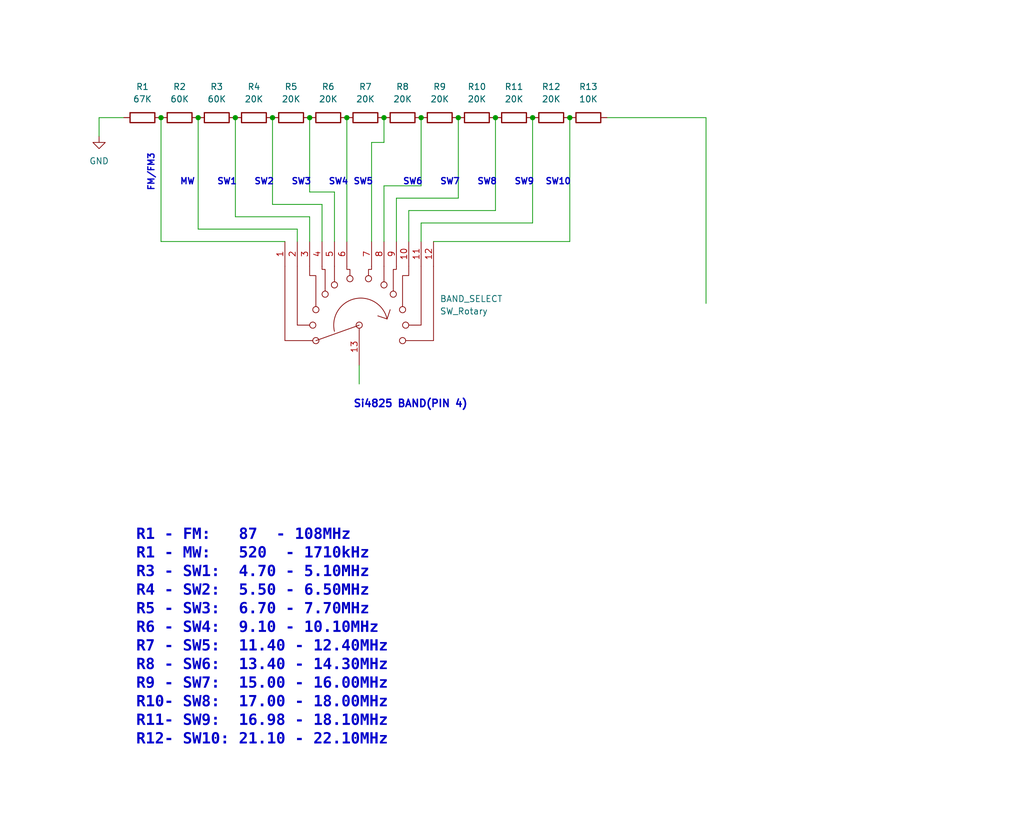
<source format=kicad_sch>
(kicad_sch (version 20230121) (generator eeschema)
  (paper "User" 210.007 170.002)
  (title_block (title "BK1198 BASIC SETUP - VOLTAGE DIVIDER VERSION (SW BAND)") (rev "1.0") (company "Ricardo Lima Caratti"))
  (lib_symbols
    (symbol "Device:R" (pin_numbers hide) (pin_names (offset 0))
      (property "Reference" "R" (at 2.032 0 90))
      (property "Value" "R" (at 0 0 90))
      (symbol "R_0_1"
        (rectangle (start -1.016 -2.54) (end 1.016 2.54) (stroke (width 0.254)))
      )
      (symbol "R_1_1"
        (pin passive line (at 0 3.81 270) (length 1.27) (name "~") (number "1"))
        (pin passive line (at 0 -3.81 90) (length 1.27) (name "~") (number "2"))
      )
    )
    (symbol "Switch:SW_Rotary12" (pin_names (offset 1.016) hide)
      (property "Reference" "SW" (at 0 17.78 0))
      (property "Value" "SW_Rotary12" (at 0 -17.78 0))
      (symbol "SW_Rotary12_0_0"
        (circle (center -10.16 -8.89) (radius 0.635))
        (circle (center -10.16 8.89) (radius 0.635))
        (circle (center -6.985 -9.525) (radius 0.635))
        (circle (center -6.985 0) (radius 0.635))
        (circle (center -6.985 9.525) (radius 0.635))
        (arc (start -5.715 -5.715) (mid -1.5995 0.937) (end -8.255 5.08))
        (circle (center -3.81 -8.89) (radius 0.635))
        (circle (center -3.81 8.89) (radius 0.635))
        (circle (center -0.635 -6.985) (radius 0.635))
        (circle (center -0.635 6.985) (radius 0.635))
        (polyline (pts (xy -6.985 0) (xy -10.16 8.89)))
        (polyline (pts (xy -5.715 -5.715) (xy -5.08 -3.81)))
        (polyline (pts (xy -5.715 -5.715) (xy -3.81 -6.35)))
        (polyline (pts (xy 1.905 -5.08) (xy 5.08 -5.08)))
        (polyline (pts (xy 1.905 5.08) (xy 5.08 5.08)))
        (polyline (pts (xy -10.16 -9.525) (xy -10.16 -15.24) (xy 5.08 -15.24)))
        (polyline (pts (xy -10.16 9.525) (xy -10.16 15.24) (xy 5.08 15.24)))
        (polyline (pts (xy -6.985 -10.16) (xy -6.985 -12.7) (xy 5.08 -12.7)))
        (polyline (pts (xy -6.985 10.16) (xy -6.985 12.7) (xy 5.08 12.7)))
        (polyline (pts (xy -3.175 -8.89) (xy 3.175 -8.89) (xy 3.175 -10.16) (xy 5.08 -10.16)))
        (polyline (pts (xy -3.175 8.89) (xy 3.175 8.89) (xy 3.175 10.16) (xy 5.08 10.16)))
        (polyline (pts (xy 0 -6.985) (xy 4.445 -6.985) (xy 4.445 -7.62) (xy 5.08 -7.62)))
        (polyline (pts (xy 0 6.985) (xy 4.445 6.985) (xy 4.445 7.62) (xy 5.08 7.62)))
        (polyline (pts (xy 3.175 -1.905) (xy 4.445 -1.905) (xy 4.445 -2.54) (xy 5.08 -2.54)))
        (polyline (pts (xy 3.175 1.905) (xy 4.445 1.905) (xy 4.445 2.54) (xy 5.08 2.54)))
        (circle (center 1.27 -5.08) (radius 0.635))
        (circle (center 1.27 5.08) (radius 0.635))
        (circle (center 2.54 -1.905) (radius 0.635))
        (circle (center 2.54 1.905) (radius 0.635))
      )
      (symbol "SW_Rotary12_0_1"
        (pin passive line (at 10.16 15.24 180) (length 5.08) (name "1") (number "1"))
        (pin passive line (at 10.16 -10.16 180) (length 5.08) (name "10") (number "10"))
        (pin passive line (at 10.16 -12.7 180) (length 5.08) (name "11") (number "11"))
        (pin passive line (at 10.16 -15.24 180) (length 5.08) (name "12") (number "12"))
        (pin passive line (at -15.24 0 0) (length 7.62) (name "13") (number "13"))
        (pin passive line (at 10.16 12.7 180) (length 5.08) (name "2") (number "2"))
        (pin passive line (at 10.16 10.16 180) (length 5.08) (name "3") (number "3"))
        (pin passive line (at 10.16 7.62 180) (length 5.08) (name "4") (number "4"))
        (pin passive line (at 10.16 5.08 180) (length 5.08) (name "5") (number "5"))
        (pin passive line (at 10.16 2.54 180) (length 5.08) (name "6") (number "6"))
        (pin passive line (at 10.16 -2.54 180) (length 5.08) (name "7") (number "7"))
        (pin passive line (at 10.16 -5.08 180) (length 5.08) (name "8") (number "8"))
        (pin passive line (at 10.16 -7.62 180) (length 5.08) (name "9") (number "9"))
      )
    )
    (symbol "power:GND" (power) (pin_names (offset 0))
      (property "Value" "GND" (at 0 -3.81 0))
      (symbol "GND_0_1"
        (polyline (pts (xy 0 0) (xy 0 -1.27) (xy 1.27 -1.27) (xy 0 -2.54) (xy -1.27 -1.27) (xy 0 -1.27)))
      )
      (symbol "GND_1_1"
        (pin power_in line (at 0 0 270) (length 0) hide (name "GND") (number "1"))
      )
    )
  )
  (junction (at 109.22 24.13))
  (junction (at 63.5 24.13))
  (junction (at 78.74 24.13))
  (junction (at 93.98 24.13))
  (junction (at 48.26 24.13))
  (junction (at 33.02 24.13))
  (junction (at 101.6 24.13))
  (junction (at 116.84 24.13))
  (junction (at 40.64 24.13))
  (junction (at 86.36 24.13))
  (junction (at 55.88 24.13))
  (junction (at 71.12 24.13))
  (wire (pts (xy 68.58 39.37) (xy 63.5 39.37)))
  (wire (pts (xy 109.22 45.72) (xy 109.22 24.13)))
  (wire (pts (xy 63.5 49.53) (xy 63.5 44.45)))
  (wire (pts (xy 86.36 45.72) (xy 109.22 45.72)))
  (wire (pts (xy 76.2 29.21) (xy 78.74 29.21)))
  (wire (pts (xy 83.82 43.18) (xy 101.6 43.18)))
  (wire (pts (xy 78.74 49.53) (xy 78.74 38.1)))
  (wire (pts (xy 60.96 46.99) (xy 40.64 46.99)))
  (wire (pts (xy 73.66 74.93) (xy 73.66 78.74)))
  (wire (pts (xy 63.5 44.45) (xy 48.26 44.45)))
  (wire (pts (xy 88.9 49.53) (xy 116.84 49.53)))
  (wire (pts (xy 86.36 49.53) (xy 86.36 45.72)))
  (wire (pts (xy 76.2 49.53) (xy 76.2 29.21)))
  (wire (pts (xy 33.02 24.13) (xy 33.02 49.53)))
  (wire (pts (xy 55.88 41.91) (xy 55.88 24.13)))
  (wire (pts (xy 78.74 38.1) (xy 86.36 38.1)))
  (wire (pts (xy 93.98 24.13) (xy 93.98 40.64)))
  (wire (pts (xy 68.58 49.53) (xy 68.58 39.37)))
  (wire (pts (xy 71.12 24.13) (xy 71.12 49.53)))
  (wire (pts (xy 86.36 24.13) (xy 86.36 38.1)))
  (wire (pts (xy 78.74 29.21) (xy 78.74 24.13)))
  (wire (pts (xy 81.28 40.64) (xy 93.98 40.64)))
  (wire (pts (xy 60.96 49.53) (xy 60.96 46.99)))
  (wire (pts (xy 66.04 49.53) (xy 66.04 41.91)))
  (wire (pts (xy 116.84 24.13) (xy 116.84 49.53)))
  (wire (pts (xy 20.32 24.13) (xy 20.32 27.94)))
  (wire (pts (xy 25.4 24.13) (xy 20.32 24.13)))
  (wire (pts (xy 58.42 49.53) (xy 33.02 49.53)))
  (wire (pts (xy 48.26 44.45) (xy 48.26 24.13)))
  (wire (pts (xy 66.04 41.91) (xy 55.88 41.91)))
  (wire (pts (xy 83.82 49.53) (xy 83.82 43.18)))
  (wire (pts (xy 63.5 39.37) (xy 63.5 24.13)))
  (wire (pts (xy 40.64 46.99) (xy 40.64 24.13)))
  (wire (pts (xy 81.28 40.64) (xy 81.28 49.53)))
  (wire (pts (xy 101.6 24.13) (xy 101.6 43.18)))
  (wire (pts (xy 144.78 24.13) (xy 144.78 62.23)))
  (wire (pts (xy 124.46 24.13) (xy 144.78 24.13)))
  (text "SW3" (at 59.69 38.1 0) (effects (font (size 1.27 1.27) (thickness 0.254) bold) (justify left bottom)))
  (text "Si4825 BAND(PIN 4)" (at 72.39 83.82 0) (effects (font (size 1.5 1.5) (thickness 0.3) bold) (justify left bottom)))
  (text "SW8" (at 97.79 38.1 0) (effects (font (size 1.27 1.27) (thickness 0.254) bold) (justify left bottom)))
  (text "SW6" (at 82.55 38.1 0) (effects (font (size 1.27 1.27) (thickness 0.254) bold) (justify left bottom)))
  (text "SW4" (at 67.31 38.1 0) (effects (font (size 1.27 1.27) (thickness 0.254) bold) (justify left bottom)))
  (text "SW10" (at 111.76 38.1 0) (effects (font (size 1.27 1.27) (thickness 0.254) bold) (justify left bottom)))
  (text "MW" (at 36.83 38.1 0) (effects (font (size 1.27 1.27) (thickness 0.254) bold) (justify left bottom)))
  (text "SW2" (at 52.07 38.1 0) (effects (font (size 1.27 1.27) (thickness 0.254) bold) (justify left bottom)))
  (text "R1 - FM:   87  - 108MHz\nR1 - MW:   520  - 1710kHz\nR3 - SW1:  4.70 - 5.10MHz\nR4 - SW2:  5.50 - 6.50MHz\nR5 - SW3:  6.70 - 7.70MHz\nR6 - SW4:  9.10 - 10.10MHz\nR7 - SW5:  11.40 - 12.40MHz\nR8 - SW6:  13.40 - 14.30MHz\nR9 - SW7:  15.00 - 16.00MHz\nR10- SW8:  17.00 - 18.00MHz\nR11- SW9:  16.98 - 18.10MHz\nR12- SW10: 21.10 - 22.10MHz\n" (at 27.94 153.67 0) (effects (font (size 2.27 2.27) (thickness 0.254) bold) (justify left bottom)))
  (text "SW9" (at 105.41 38.1 0) (effects (font (size 1.27 1.27) (thickness 0.254) bold) (justify left bottom)))
  (text "SW7" (at 90.17 38.1 0) (effects (font (size 1.27 1.27) (thickness 0.254) bold) (justify left bottom)))
  (text "FM/FM3" (at 31.75 39.37 90) (effects (font (size 1.27 1.27) (thickness 0.254) bold) (justify left bottom)))
  (text "SW1" (at 44.45 38.1 0) (effects (font (size 1.27 1.27) (thickness 0.254) bold) (justify left bottom)))
  (text "SW5" (at 72.39 38.1 0) (effects (font (size 1.27 1.27) (thickness 0.254) bold) (justify left bottom)))
  (symbol (lib_id "Device:R") (at 52.07 24.13 270) (unit 1)
    (property "Reference" "R4" (at 52.07 17.78 90))
    (property "Value" "20K" (at 52.07 20.32 90))
  )
  (symbol (lib_id "Device:R") (at 82.55 24.13 270) (unit 1)
    (property "Reference" "R8" (at 82.55 17.78 90))
    (property "Value" "20K" (at 82.55 20.32 90))
  )
  (symbol (lib_id "Device:R") (at 97.79 24.13 270) (unit 1)
    (property "Reference" "R10" (at 97.79 17.78 90))
    (property "Value" "20K" (at 97.79 20.32 90))
  )
  (symbol (lib_id "Device:R") (at 90.17 24.13 270) (unit 1)
    (property "Reference" "R9" (at 90.17 17.78 90))
    (property "Value" "20K" (at 90.17 20.32 90))
  )
  (symbol (lib_id "Device:R") (at 44.45 24.13 270) (unit 1)
    (property "Reference" "R3" (at 44.45 17.78 90))
    (property "Value" "60K" (at 44.45 20.32 90))
  )
  (symbol (lib_id "Device:R") (at 67.31 24.13 270) (unit 1)
    (property "Reference" "R6" (at 67.31 17.78 90))
    (property "Value" "20K" (at 67.31 20.32 90))
  )
  (symbol (lib_id "Device:R") (at 29.21 24.13 270) (unit 1)
    (property "Reference" "R1" (at 29.21 17.78 90))
    (property "Value" "67K" (at 29.21 20.32 90))
  )
  (symbol (lib_id "Switch:SW_Rotary12") (at 73.66 59.69 90) (unit 1)
    (property "Reference" "BAND_SELECT" (at 90.17 61.2775 90) (effects (justify right)))
    (property "Value" "SW_Rotary" (at 90.17 63.8175 90) (effects (justify right)))
    (property "Datasheet" "http://cdn-reichelt.de/documents/datenblatt/C200/DS-Serie%23LOR.pdf" (effects hide))
  )
  (symbol (lib_id "Device:R") (at 105.41 24.13 270) (unit 1)
    (property "Reference" "R11" (at 105.41 17.78 90))
    (property "Value" "20K" (at 105.41 20.32 90))
  )
  (symbol (lib_id "Device:R") (at 36.83 24.13 270) (unit 1)
    (property "Reference" "R2" (at 36.83 17.78 90))
    (property "Value" "60K" (at 36.83 20.32 90))
  )
  (symbol (lib_id "Device:R") (at 59.69 24.13 270) (unit 1)
    (property "Reference" "R5" (at 59.69 17.78 90))
    (property "Value" "20K" (at 59.69 20.32 90))
  )
  (symbol (lib_id "Device:R") (at 113.03 24.13 270) (unit 1)
    (property "Reference" "R12" (at 113.03 17.78 90))
    (property "Value" "20K" (at 113.03 20.32 90))
  )
  (symbol (lib_id "Device:R") (at 74.93 24.13 270) (unit 1)
    (property "Reference" "R7" (at 74.93 17.78 90))
    (property "Value" "20K" (at 74.93 20.32 90))
  )
  (symbol (lib_id "Device:R") (at 120.65 24.13 270) (unit 1)
    (property "Reference" "R13" (at 120.65 17.78 90))
    (property "Value" "10K" (at 120.65 20.32 90))
  )
  (symbol (lib_id "power:GND") (at 20.32 27.94 0) (unit 1)
    (property "Reference" "#PWR01" (effects hide))
    (property "Value" "GND" (at 20.32 33.02 0))
  )
)
</source>
